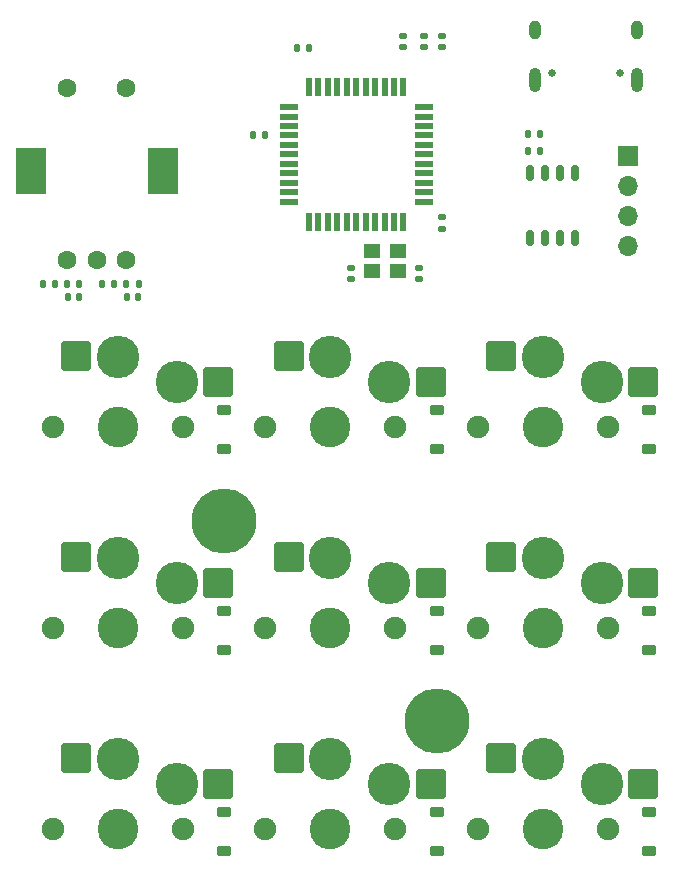
<source format=gbr>
%TF.GenerationSoftware,KiCad,Pcbnew,8.0.3*%
%TF.CreationDate,2024-08-13T15:55:55-04:00*%
%TF.ProjectId,MACROPAD,4d414352-4f50-4414-942e-6b696361645f,rev?*%
%TF.SameCoordinates,Original*%
%TF.FileFunction,Soldermask,Bot*%
%TF.FilePolarity,Negative*%
%FSLAX46Y46*%
G04 Gerber Fmt 4.6, Leading zero omitted, Abs format (unit mm)*
G04 Created by KiCad (PCBNEW 8.0.3) date 2024-08-13 15:55:55*
%MOMM*%
%LPD*%
G01*
G04 APERTURE LIST*
G04 Aperture macros list*
%AMRoundRect*
0 Rectangle with rounded corners*
0 $1 Rounding radius*
0 $2 $3 $4 $5 $6 $7 $8 $9 X,Y pos of 4 corners*
0 Add a 4 corners polygon primitive as box body*
4,1,4,$2,$3,$4,$5,$6,$7,$8,$9,$2,$3,0*
0 Add four circle primitives for the rounded corners*
1,1,$1+$1,$2,$3*
1,1,$1+$1,$4,$5*
1,1,$1+$1,$6,$7*
1,1,$1+$1,$8,$9*
0 Add four rect primitives between the rounded corners*
20,1,$1+$1,$2,$3,$4,$5,0*
20,1,$1+$1,$4,$5,$6,$7,0*
20,1,$1+$1,$6,$7,$8,$9,0*
20,1,$1+$1,$8,$9,$2,$3,0*%
G04 Aperture macros list end*
%ADD10RoundRect,0.135000X0.135000X0.185000X-0.135000X0.185000X-0.135000X-0.185000X0.135000X-0.185000X0*%
%ADD11R,1.700000X1.700000*%
%ADD12O,1.700000X1.700000*%
%ADD13C,1.900000*%
%ADD14RoundRect,0.250000X-1.025000X-1.000000X1.025000X-1.000000X1.025000X1.000000X-1.025000X1.000000X0*%
%ADD15C,3.450000*%
%ADD16C,3.600000*%
%ADD17C,5.500000*%
%ADD18C,0.650000*%
%ADD19O,1.000000X2.100000*%
%ADD20O,1.000000X1.600000*%
%ADD21RoundRect,0.140000X0.170000X-0.140000X0.170000X0.140000X-0.170000X0.140000X-0.170000X-0.140000X0*%
%ADD22RoundRect,0.225000X0.375000X-0.225000X0.375000X0.225000X-0.375000X0.225000X-0.375000X-0.225000X0*%
%ADD23R,0.550000X1.500000*%
%ADD24R,1.500000X0.550000*%
%ADD25RoundRect,0.135000X-0.135000X-0.185000X0.135000X-0.185000X0.135000X0.185000X-0.135000X0.185000X0*%
%ADD26RoundRect,0.140000X-0.140000X-0.170000X0.140000X-0.170000X0.140000X0.170000X-0.140000X0.170000X0*%
%ADD27RoundRect,0.140000X-0.170000X0.140000X-0.170000X-0.140000X0.170000X-0.140000X0.170000X0.140000X0*%
%ADD28R,1.400000X1.200000*%
%ADD29C,1.600000*%
%ADD30R,2.500000X4.000000*%
%ADD31RoundRect,0.150000X0.150000X-0.500000X0.150000X0.500000X-0.150000X0.500000X-0.150000X-0.500000X0*%
G04 APERTURE END LIST*
D10*
%TO.C,R7*%
X136650000Y-59012500D03*
X135630000Y-59012500D03*
%TD*%
D11*
%TO.C,J2*%
X167350000Y-60712500D03*
D12*
X167350000Y-63252500D03*
X167350000Y-65792500D03*
X167350000Y-68332500D03*
%TD*%
D13*
%TO.C,S1*%
X118650000Y-83700000D03*
D14*
X120650000Y-77700000D03*
D15*
X124150000Y-83700000D03*
D13*
X129650000Y-83700000D03*
D14*
X132650000Y-79900000D03*
D16*
X124150000Y-77800000D03*
X129150000Y-79900000D03*
%TD*%
%TO.C,S3*%
X165150000Y-79900000D03*
X160150000Y-77800000D03*
D14*
X168650000Y-79900000D03*
D13*
X165650000Y-83700000D03*
D15*
X160150000Y-83700000D03*
D14*
X156650000Y-77700000D03*
D13*
X154650000Y-83700000D03*
%TD*%
D17*
%TO.C,H2*%
X151150000Y-108625000D03*
%TD*%
%TO.C,H1*%
X133150000Y-91625000D03*
%TD*%
D16*
%TO.C,S8*%
X147150000Y-113900000D03*
X142150000Y-111800000D03*
D14*
X150650000Y-113900000D03*
D13*
X147650000Y-117700000D03*
D15*
X142150000Y-117700000D03*
D14*
X138650000Y-111700000D03*
D13*
X136650000Y-117700000D03*
%TD*%
D16*
%TO.C,S9*%
X165150000Y-113900000D03*
X160150000Y-111800000D03*
D14*
X168650000Y-113900000D03*
D13*
X165650000Y-117700000D03*
D15*
X160150000Y-117700000D03*
D14*
X156650000Y-111700000D03*
D13*
X154650000Y-117700000D03*
%TD*%
D18*
%TO.C,J1*%
X166720000Y-53742500D03*
X160940000Y-53742500D03*
D19*
X168150000Y-54272500D03*
D20*
X168150000Y-50092500D03*
D19*
X159510000Y-54272500D03*
D20*
X159510000Y-50092500D03*
%TD*%
D16*
%TO.C,S5*%
X147150000Y-96900000D03*
X142150000Y-94800000D03*
D14*
X150650000Y-96900000D03*
D13*
X147650000Y-100700000D03*
D15*
X142150000Y-100700000D03*
D14*
X138650000Y-94700000D03*
D13*
X136650000Y-100700000D03*
%TD*%
D16*
%TO.C,S4*%
X129150000Y-96900000D03*
X124150000Y-94800000D03*
D14*
X132650000Y-96900000D03*
D13*
X129650000Y-100700000D03*
D15*
X124150000Y-100700000D03*
D14*
X120650000Y-94700000D03*
D13*
X118650000Y-100700000D03*
%TD*%
%TO.C,S6*%
X154650000Y-100700000D03*
D14*
X156650000Y-94700000D03*
D15*
X160150000Y-100700000D03*
D13*
X165650000Y-100700000D03*
D14*
X168650000Y-96900000D03*
D16*
X160150000Y-94800000D03*
X165150000Y-96900000D03*
%TD*%
%TO.C,S7*%
X129150000Y-113900000D03*
X124150000Y-111800000D03*
D14*
X132650000Y-113900000D03*
D13*
X129650000Y-117700000D03*
D15*
X124150000Y-117700000D03*
D14*
X120650000Y-111700000D03*
D13*
X118650000Y-117700000D03*
%TD*%
D21*
%TO.C,C1*%
X151650000Y-50582500D03*
X151650000Y-51542500D03*
%TD*%
D22*
%TO.C,D5*%
X151150000Y-102575000D03*
X151150000Y-99275000D03*
%TD*%
%TO.C,D1*%
X133150000Y-85575000D03*
X133150000Y-82275000D03*
%TD*%
D21*
%TO.C,C2*%
X150050000Y-50582500D03*
X150050000Y-51542500D03*
%TD*%
D23*
%TO.C,U3*%
X148350000Y-54912500D03*
X147550000Y-54912500D03*
X146750000Y-54912500D03*
X145950000Y-54912500D03*
X145150000Y-54912500D03*
X144350000Y-54912500D03*
X143550000Y-54912500D03*
X142750000Y-54912500D03*
X141950000Y-54912500D03*
X141150000Y-54912500D03*
X140350000Y-54912500D03*
D24*
X138650000Y-56612500D03*
X138650000Y-57412500D03*
X138650000Y-58212500D03*
X138650000Y-59012500D03*
X138650000Y-59812500D03*
X138650000Y-60612500D03*
X138650000Y-61412500D03*
X138650000Y-62212500D03*
X138650000Y-63012500D03*
X138650000Y-63812500D03*
X138650000Y-64612500D03*
D23*
X140350000Y-66312500D03*
X141150000Y-66312500D03*
X141950000Y-66312500D03*
X142750000Y-66312500D03*
X143550000Y-66312500D03*
X144350000Y-66312500D03*
X145150000Y-66312500D03*
X145950000Y-66312500D03*
X146750000Y-66312500D03*
X147550000Y-66312500D03*
X148350000Y-66312500D03*
D24*
X150050000Y-64612500D03*
X150050000Y-63812500D03*
X150050000Y-63012500D03*
X150050000Y-62212500D03*
X150050000Y-61412500D03*
X150050000Y-60612500D03*
X150050000Y-59812500D03*
X150050000Y-59012500D03*
X150050000Y-58212500D03*
X150050000Y-57412500D03*
X150050000Y-56612500D03*
%TD*%
D25*
%TO.C,R6*%
X122800000Y-71602500D03*
X123820000Y-71602500D03*
%TD*%
D10*
%TO.C,R3*%
X158930000Y-58882500D03*
X159950000Y-58882500D03*
%TD*%
D25*
%TO.C,R2*%
X158930000Y-60322500D03*
X159950000Y-60322500D03*
%TD*%
%TO.C,R8*%
X117800000Y-71602500D03*
X118820000Y-71602500D03*
%TD*%
D22*
%TO.C,D6*%
X169150000Y-102575000D03*
X169150000Y-99275000D03*
%TD*%
D26*
%TO.C,C7*%
X119950000Y-72712500D03*
X120910000Y-72712500D03*
%TD*%
D22*
%TO.C,D3*%
X169150000Y-85575000D03*
X169150000Y-82275000D03*
%TD*%
%TO.C,D4*%
X133150000Y-102575000D03*
X133150000Y-99275000D03*
%TD*%
%TO.C,D2*%
X151150000Y-85575000D03*
X151150000Y-82275000D03*
%TD*%
D27*
%TO.C,C4*%
X151650000Y-65932500D03*
X151650000Y-66892500D03*
%TD*%
D22*
%TO.C,D9*%
X169150000Y-119575000D03*
X169150000Y-116275000D03*
%TD*%
D21*
%TO.C,C6*%
X149650000Y-70222500D03*
X149650000Y-71182500D03*
%TD*%
D26*
%TO.C,C9*%
X124950000Y-72712500D03*
X125910000Y-72712500D03*
%TD*%
D21*
%TO.C,C3*%
X148350000Y-50602500D03*
X148350000Y-51562500D03*
%TD*%
D22*
%TO.C,D8*%
X151150000Y-119575000D03*
X151150000Y-116275000D03*
%TD*%
D25*
%TO.C,R9*%
X125920000Y-71602500D03*
X124900000Y-71602500D03*
%TD*%
%TO.C,R1*%
X140360000Y-51612500D03*
X139340000Y-51612500D03*
%TD*%
D10*
%TO.C,R10*%
X119900000Y-71602500D03*
X120920000Y-71602500D03*
%TD*%
D28*
%TO.C,Y1*%
X147890000Y-68812500D03*
X145690000Y-68812500D03*
X145690000Y-70512500D03*
X147890000Y-70512500D03*
%TD*%
D27*
%TO.C,C5*%
X143930000Y-71182500D03*
X143930000Y-70222500D03*
%TD*%
D22*
%TO.C,D7*%
X133150000Y-119575000D03*
X133150000Y-116275000D03*
%TD*%
D29*
%TO.C,SW2*%
X119900000Y-69512500D03*
X124900000Y-69512500D03*
X122400000Y-69512500D03*
X119900000Y-55012500D03*
X124900000Y-55012500D03*
D30*
X116800000Y-62012500D03*
X128000000Y-62012500D03*
%TD*%
D31*
%TO.C,U1*%
X162837500Y-67722500D03*
X161567500Y-67722500D03*
X160297500Y-67722500D03*
X159027500Y-67722500D03*
X159027500Y-62222500D03*
X160297500Y-62222500D03*
X161567500Y-62222500D03*
X162837500Y-62222500D03*
%TD*%
D16*
%TO.C,S2*%
X147150000Y-79900000D03*
X142150000Y-77800000D03*
D14*
X150650000Y-79900000D03*
D13*
X147650000Y-83700000D03*
D15*
X142150000Y-83700000D03*
D14*
X138650000Y-77700000D03*
D13*
X136650000Y-83700000D03*
%TD*%
M02*

</source>
